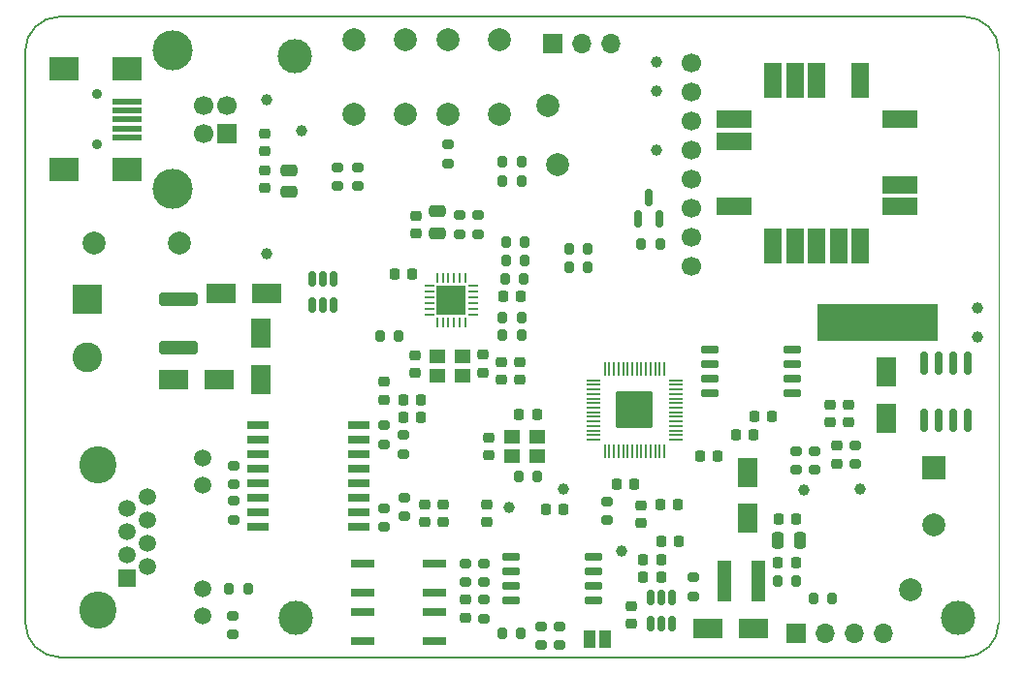
<source format=gbr>
%TF.GenerationSoftware,KiCad,Pcbnew,(6.0.4)*%
%TF.CreationDate,2022-04-11T12:28:49+02:00*%
%TF.ProjectId,PSE_RP2040,5053455f-5250-4323-9034-302e6b696361,rev?*%
%TF.SameCoordinates,Original*%
%TF.FileFunction,Soldermask,Top*%
%TF.FilePolarity,Negative*%
%FSLAX46Y46*%
G04 Gerber Fmt 4.6, Leading zero omitted, Abs format (unit mm)*
G04 Created by KiCad (PCBNEW (6.0.4)) date 2022-04-11 12:28:49*
%MOMM*%
%LPD*%
G01*
G04 APERTURE LIST*
G04 Aperture macros list*
%AMRoundRect*
0 Rectangle with rounded corners*
0 $1 Rounding radius*
0 $2 $3 $4 $5 $6 $7 $8 $9 X,Y pos of 4 corners*
0 Add a 4 corners polygon primitive as box body*
4,1,4,$2,$3,$4,$5,$6,$7,$8,$9,$2,$3,0*
0 Add four circle primitives for the rounded corners*
1,1,$1+$1,$2,$3*
1,1,$1+$1,$4,$5*
1,1,$1+$1,$6,$7*
1,1,$1+$1,$8,$9*
0 Add four rect primitives between the rounded corners*
20,1,$1+$1,$2,$3,$4,$5,0*
20,1,$1+$1,$4,$5,$6,$7,0*
20,1,$1+$1,$6,$7,$8,$9,0*
20,1,$1+$1,$8,$9,$2,$3,0*%
G04 Aperture macros list end*
%TA.AperFunction,Profile*%
%ADD10C,0.150000*%
%TD*%
%TA.AperFunction,Profile*%
%ADD11C,0.100000*%
%TD*%
%ADD12RoundRect,0.225000X0.250000X-0.225000X0.250000X0.225000X-0.250000X0.225000X-0.250000X-0.225000X0*%
%ADD13RoundRect,0.200000X0.275000X-0.200000X0.275000X0.200000X-0.275000X0.200000X-0.275000X-0.200000X0*%
%ADD14RoundRect,0.200000X-0.200000X-0.275000X0.200000X-0.275000X0.200000X0.275000X-0.200000X0.275000X0*%
%ADD15RoundRect,0.150000X-0.650000X-0.150000X0.650000X-0.150000X0.650000X0.150000X-0.650000X0.150000X0*%
%ADD16R,2.500000X1.800000*%
%ADD17R,2.000000X0.640000*%
%ADD18C,1.000000*%
%ADD19C,2.000000*%
%ADD20RoundRect,0.150000X0.150000X-0.512500X0.150000X0.512500X-0.150000X0.512500X-0.150000X-0.512500X0*%
%ADD21RoundRect,0.225000X-0.250000X0.225000X-0.250000X-0.225000X0.250000X-0.225000X0.250000X0.225000X0*%
%ADD22RoundRect,0.218750X-0.256250X0.218750X-0.256250X-0.218750X0.256250X-0.218750X0.256250X0.218750X0*%
%ADD23R,2.000000X2.000000*%
%ADD24RoundRect,0.225000X-0.225000X-0.250000X0.225000X-0.250000X0.225000X0.250000X-0.225000X0.250000X0*%
%ADD25RoundRect,0.200000X-0.275000X0.200000X-0.275000X-0.200000X0.275000X-0.200000X0.275000X0.200000X0*%
%ADD26R,1.800000X2.500000*%
%ADD27R,2.600000X2.600000*%
%ADD28C,2.600000*%
%ADD29R,1.000000X1.500000*%
%ADD30RoundRect,0.250000X-0.250000X-0.475000X0.250000X-0.475000X0.250000X0.475000X-0.250000X0.475000X0*%
%ADD31RoundRect,0.250000X-0.475000X0.250000X-0.475000X-0.250000X0.475000X-0.250000X0.475000X0.250000X0*%
%ADD32RoundRect,0.225000X0.225000X0.250000X-0.225000X0.250000X-0.225000X-0.250000X0.225000X-0.250000X0*%
%ADD33RoundRect,0.218750X0.218750X0.256250X-0.218750X0.256250X-0.218750X-0.256250X0.218750X-0.256250X0*%
%ADD34RoundRect,0.200000X0.200000X0.275000X-0.200000X0.275000X-0.200000X-0.275000X0.200000X-0.275000X0*%
%ADD35R,1.150000X3.600000*%
%ADD36R,1.400000X1.200000*%
%ADD37C,1.700000*%
%ADD38RoundRect,0.062500X0.062500X-0.375000X0.062500X0.375000X-0.062500X0.375000X-0.062500X-0.375000X0*%
%ADD39RoundRect,0.062500X0.375000X-0.062500X0.375000X0.062500X-0.375000X0.062500X-0.375000X-0.062500X0*%
%ADD40R,2.500000X2.500000*%
%ADD41R,1.500000X3.100000*%
%ADD42R,3.100000X1.500000*%
%ADD43C,3.000000*%
%ADD44C,3.250000*%
%ADD45R,1.500000X1.500000*%
%ADD46C,1.500000*%
%ADD47R,1.700000X1.700000*%
%ADD48C,3.500000*%
%ADD49RoundRect,0.218750X0.256250X-0.218750X0.256250X0.218750X-0.256250X0.218750X-0.256250X-0.218750X0*%
%ADD50R,10.500000X3.200000*%
%ADD51R,1.910000X0.640000*%
%ADD52RoundRect,0.250000X0.475000X-0.250000X0.475000X0.250000X-0.475000X0.250000X-0.475000X-0.250000X0*%
%ADD53O,1.700000X1.700000*%
%ADD54RoundRect,0.150000X0.150000X-0.587500X0.150000X0.587500X-0.150000X0.587500X-0.150000X-0.587500X0*%
%ADD55RoundRect,0.052500X-0.052500X0.522500X-0.052500X-0.522500X0.052500X-0.522500X0.052500X0.522500X0*%
%ADD56RoundRect,0.050000X-0.525000X0.050000X-0.525000X-0.050000X0.525000X-0.050000X0.525000X0.050000X0*%
%ADD57RoundRect,0.050000X-0.050000X0.525000X-0.050000X-0.525000X0.050000X-0.525000X0.050000X0.525000X0*%
%ADD58RoundRect,0.144000X-1.456000X1.456000X-1.456000X-1.456000X1.456000X-1.456000X1.456000X1.456000X0*%
%ADD59RoundRect,0.150000X-0.150000X0.825000X-0.150000X-0.825000X0.150000X-0.825000X0.150000X0.825000X0*%
%ADD60RoundRect,0.250000X-1.450000X0.312500X-1.450000X-0.312500X1.450000X-0.312500X1.450000X0.312500X0*%
%ADD61C,0.900000*%
%ADD62R,2.500000X0.500000*%
%ADD63R,2.500000X2.000000*%
G04 APERTURE END LIST*
D10*
X182000000Y-158000000D02*
X103000000Y-158000000D01*
D11*
X185000000Y-105000000D02*
X185000000Y-155000000D01*
D10*
X100000000Y-155000000D02*
X100000000Y-105000000D01*
X100000000Y-155000000D02*
G75*
G03*
X103000000Y-158000000I3000000J0D01*
G01*
X182000000Y-158000000D02*
G75*
G03*
X185000000Y-155000000I0J3000000D01*
G01*
X103000000Y-102000000D02*
G75*
G03*
X100000000Y-105000000I0J-3000000D01*
G01*
X185000000Y-105000000D02*
G75*
G03*
X182000000Y-102000000I-3000000J0D01*
G01*
X103000000Y-102000000D02*
X182000000Y-102000000D01*
D12*
%TO.C,C5*%
X140500000Y-140375000D03*
X140500000Y-138825000D03*
%TD*%
D13*
%TO.C,R19*%
X137900000Y-121000000D03*
X137900000Y-119350000D03*
%TD*%
D14*
%TO.C,R17*%
X141975000Y-123300000D03*
X143625000Y-123300000D03*
%TD*%
D15*
%TO.C,U7*%
X142451600Y-149195200D03*
X142451600Y-150465200D03*
X142451600Y-151735200D03*
X142451600Y-153005200D03*
X149651600Y-153005200D03*
X149651600Y-151735200D03*
X149651600Y-150465200D03*
X149651600Y-149195200D03*
%TD*%
D16*
%TO.C,D7*%
X116960400Y-133705600D03*
X112960400Y-133705600D03*
%TD*%
D13*
%TO.C,R37*%
X136900000Y-114825000D03*
X136900000Y-113175000D03*
%TD*%
%TO.C,R23*%
X131343400Y-146634200D03*
X131343400Y-144984200D03*
%TD*%
D17*
%TO.C,D2*%
X135738000Y-156641800D03*
X135738000Y-154101800D03*
X129438000Y-154101800D03*
X129438000Y-156641800D03*
%TD*%
D18*
%TO.C,TP6*%
X142275000Y-144900000D03*
%TD*%
D19*
%TO.C,TP2*%
X113500000Y-121800000D03*
%TD*%
D18*
%TO.C,TP7*%
X124100000Y-111950000D03*
%TD*%
D20*
%TO.C,U4*%
X125050000Y-127237500D03*
X126000000Y-127237500D03*
X126950000Y-127237500D03*
X126950000Y-124962500D03*
X126000000Y-124962500D03*
X125050000Y-124962500D03*
%TD*%
D19*
%TO.C,SW1*%
X128687000Y-104065000D03*
X128687000Y-110565000D03*
X133187000Y-104065000D03*
X133187000Y-110565000D03*
%TD*%
D14*
%TO.C,R34*%
X165685000Y-151358600D03*
X167335000Y-151358600D03*
%TD*%
D21*
%TO.C,C20*%
X140000000Y-131575000D03*
X140000000Y-133125000D03*
%TD*%
D22*
%TO.C,L2*%
X131290000Y-133932500D03*
X131290000Y-135507500D03*
%TD*%
D21*
%TO.C,C3*%
X120929400Y-115430000D03*
X120929400Y-116980000D03*
%TD*%
D14*
%TO.C,R27*%
X153775000Y-121850000D03*
X155425000Y-121850000D03*
%TD*%
D23*
%TO.C,C1*%
X179324000Y-141478000D03*
D19*
X179324000Y-146478000D03*
%TD*%
D24*
%TO.C,C26*%
X133015000Y-135500000D03*
X134565000Y-135500000D03*
%TD*%
D14*
%TO.C,R18*%
X141975000Y-121700000D03*
X143625000Y-121700000D03*
%TD*%
D25*
%TO.C,R32*%
X140030200Y-149822400D03*
X140030200Y-151472400D03*
%TD*%
%TO.C,R7*%
X118200000Y-141275000D03*
X118200000Y-142925000D03*
%TD*%
D19*
%TO.C,FID1*%
X106000000Y-121800000D03*
%TD*%
D18*
%TO.C,TP12*%
X168000000Y-143400000D03*
%TD*%
D25*
%TO.C,R26*%
X131292600Y-137745200D03*
X131292600Y-139395200D03*
%TD*%
%TO.C,R16*%
X139500000Y-119350000D03*
X139500000Y-121000000D03*
%TD*%
D26*
%TO.C,D6*%
X163050000Y-145860000D03*
X163050000Y-141860000D03*
%TD*%
D13*
%TO.C,R39*%
X158318200Y-152666200D03*
X158318200Y-151016200D03*
%TD*%
D27*
%TO.C,J5*%
X105445000Y-126705000D03*
D28*
X105445000Y-131785000D03*
%TD*%
D24*
%TO.C,C11*%
X163625000Y-137000000D03*
X165175000Y-137000000D03*
%TD*%
D14*
%TO.C,R21*%
X117805000Y-152060000D03*
X119455000Y-152060000D03*
%TD*%
D13*
%TO.C,R5*%
X167300000Y-141625000D03*
X167300000Y-139975000D03*
%TD*%
D29*
%TO.C,JP1*%
X149286200Y-156438600D03*
X150586200Y-156438600D03*
%TD*%
D18*
%TO.C,TP5*%
X152075000Y-148750000D03*
%TD*%
D30*
%TO.C,C35*%
X165737800Y-147777200D03*
X167637800Y-147777200D03*
%TD*%
D16*
%TO.C,D5*%
X163620200Y-155524200D03*
X159620200Y-155524200D03*
%TD*%
D31*
%TO.C,C4*%
X123037600Y-115432800D03*
X123037600Y-117332800D03*
%TD*%
D32*
%TO.C,C29*%
X155511800Y-151028400D03*
X153961800Y-151028400D03*
%TD*%
D14*
%TO.C,R28*%
X141675000Y-116400000D03*
X143325000Y-116400000D03*
%TD*%
D33*
%TO.C,D4*%
X153187500Y-142900000D03*
X151612500Y-142900000D03*
%TD*%
D26*
%TO.C,D1*%
X175200000Y-137100000D03*
X175200000Y-133100000D03*
%TD*%
D19*
%TO.C,SW2*%
X136887000Y-104065000D03*
X136887000Y-110565000D03*
X141387000Y-104065000D03*
X141387000Y-110565000D03*
%TD*%
D24*
%TO.C,C7*%
X155425000Y-144700000D03*
X156975000Y-144700000D03*
%TD*%
D34*
%TO.C,R11*%
X143325000Y-114700000D03*
X141675000Y-114700000D03*
%TD*%
D12*
%TO.C,C21*%
X134075000Y-133175000D03*
X134075000Y-131625000D03*
%TD*%
%TO.C,C32*%
X152882600Y-155080600D03*
X152882600Y-153530600D03*
%TD*%
D26*
%TO.C,D8*%
X120573800Y-129699000D03*
X120573800Y-133699000D03*
%TD*%
D35*
%TO.C,L3*%
X161021800Y-151358600D03*
X163971800Y-151358600D03*
%TD*%
D18*
%TO.C,TP11*%
X155100000Y-113700000D03*
%TD*%
D14*
%TO.C,R35*%
X168809200Y-152882600D03*
X170459200Y-152882600D03*
%TD*%
D13*
%TO.C,R31*%
X145029600Y-156975400D03*
X145029600Y-155325400D03*
%TD*%
D24*
%TO.C,C33*%
X165735000Y-149758400D03*
X167285000Y-149758400D03*
%TD*%
D25*
%TO.C,R24*%
X133070600Y-144069800D03*
X133070600Y-145719800D03*
%TD*%
D13*
%TO.C,R29*%
X146630600Y-156971000D03*
X146630600Y-155321000D03*
%TD*%
D12*
%TO.C,C6*%
X140300000Y-146175000D03*
X140300000Y-144625000D03*
%TD*%
D36*
%TO.C,Y2*%
X144700000Y-138750000D03*
X142500000Y-138750000D03*
X142500000Y-140450000D03*
X144700000Y-140450000D03*
%TD*%
D37*
%TO.C,U6*%
X158140000Y-106020000D03*
X158140000Y-108560000D03*
X158140000Y-111100000D03*
X158140000Y-113640000D03*
X158140000Y-116180000D03*
X158140000Y-118720000D03*
X158140000Y-121260000D03*
X158140000Y-123800000D03*
%TD*%
D24*
%TO.C,C12*%
X158925000Y-140400000D03*
X160475000Y-140400000D03*
%TD*%
D32*
%TO.C,C30*%
X155511800Y-149453600D03*
X153961800Y-149453600D03*
%TD*%
D24*
%TO.C,C25*%
X133025000Y-137080000D03*
X134575000Y-137080000D03*
%TD*%
D21*
%TO.C,C14*%
X153800000Y-144725000D03*
X153800000Y-146275000D03*
%TD*%
D34*
%TO.C,R8*%
X143325000Y-129850000D03*
X141675000Y-129850000D03*
%TD*%
D38*
%TO.C,IC1*%
X135950000Y-128737500D03*
X136450000Y-128737500D03*
X136950000Y-128737500D03*
X137450000Y-128737500D03*
X137950000Y-128737500D03*
X138450000Y-128737500D03*
D39*
X139137500Y-128050000D03*
X139137500Y-127550000D03*
X139137500Y-127050000D03*
X139137500Y-126550000D03*
X139137500Y-126050000D03*
X139137500Y-125550000D03*
D38*
X138450000Y-124862500D03*
X137950000Y-124862500D03*
X137450000Y-124862500D03*
X136950000Y-124862500D03*
X136450000Y-124862500D03*
X135950000Y-124862500D03*
D39*
X135262500Y-125550000D03*
X135262500Y-126050000D03*
X135262500Y-126550000D03*
X135262500Y-127050000D03*
X135262500Y-127550000D03*
X135262500Y-128050000D03*
D40*
X137200000Y-126800000D03*
%TD*%
D41*
%TO.C,IC2*%
X165300000Y-122050000D03*
X167200000Y-122050000D03*
X169100000Y-122050000D03*
X171000000Y-122050000D03*
X172900000Y-122050000D03*
D42*
X176350000Y-118600000D03*
X176350000Y-116700000D03*
X176350000Y-111000000D03*
D41*
X172900000Y-107550000D03*
X169100000Y-107550000D03*
X167200000Y-107550000D03*
X165300000Y-107550000D03*
D42*
X161850000Y-111000000D03*
X161850000Y-112900000D03*
X161850000Y-118600000D03*
%TD*%
D43*
%TO.C,H2*%
X123500000Y-105500000D03*
%TD*%
D18*
%TO.C,TP10*%
X155100000Y-108500000D03*
%TD*%
D12*
%TO.C,C18*%
X170300000Y-137450000D03*
X170300000Y-135900000D03*
%TD*%
D18*
%TO.C,TP4*%
X147000000Y-143300000D03*
%TD*%
D24*
%TO.C,C34*%
X165745000Y-145900000D03*
X167295000Y-145900000D03*
%TD*%
D13*
%TO.C,R3*%
X150800000Y-146025000D03*
X150800000Y-144375000D03*
%TD*%
D16*
%TO.C,D9*%
X117100600Y-126238000D03*
X121100600Y-126238000D03*
%TD*%
D44*
%TO.C,J3*%
X106335000Y-141150000D03*
X106335000Y-153850000D03*
D45*
X108875000Y-151060000D03*
D46*
X110655000Y-150044000D03*
X108875000Y-149028000D03*
X110655000Y-148012000D03*
X108875000Y-146996000D03*
X110655000Y-145980000D03*
X108875000Y-144964000D03*
X110655000Y-143948000D03*
X115475000Y-154360000D03*
X115475000Y-152070000D03*
X115475000Y-142930000D03*
X115475000Y-140640000D03*
%TD*%
D14*
%TO.C,R14*%
X147480000Y-122300000D03*
X149130000Y-122300000D03*
%TD*%
D32*
%TO.C,C22*%
X133775000Y-124500000D03*
X132225000Y-124500000D03*
%TD*%
D47*
%TO.C,J1*%
X117577500Y-112250000D03*
D37*
X117577500Y-109750000D03*
X115577500Y-109750000D03*
X115577500Y-112250000D03*
D48*
X112867500Y-117020000D03*
X112867500Y-104980000D03*
%TD*%
D18*
%TO.C,TP13*%
X172880000Y-143300000D03*
%TD*%
D49*
%TO.C,L1*%
X120929400Y-113792100D03*
X120929400Y-112217100D03*
%TD*%
D14*
%TO.C,R15*%
X147475000Y-123900000D03*
X149125000Y-123900000D03*
%TD*%
D12*
%TO.C,C15*%
X171900000Y-137450000D03*
X171900000Y-135900000D03*
%TD*%
D13*
%TO.C,R2*%
X172500000Y-141125000D03*
X172500000Y-139475000D03*
%TD*%
D18*
%TO.C,TP9*%
X155100000Y-106000000D03*
%TD*%
D13*
%TO.C,R33*%
X138430000Y-151472400D03*
X138430000Y-149822400D03*
%TD*%
D34*
%TO.C,R9*%
X143325000Y-128300000D03*
X141675000Y-128300000D03*
%TD*%
D18*
%TO.C,Y1*%
X183150000Y-127500000D03*
X183150000Y-130040000D03*
D50*
X174400000Y-128770000D03*
%TD*%
D24*
%TO.C,C10*%
X162025000Y-138550000D03*
X163575000Y-138550000D03*
%TD*%
D51*
%TO.C,T1*%
X129124400Y-146622000D03*
X129124400Y-145352000D03*
X129124400Y-144082000D03*
X129124400Y-142812000D03*
X129124400Y-141542000D03*
X129124400Y-140272000D03*
X129124400Y-139002000D03*
X129124400Y-137732000D03*
X120354400Y-137732000D03*
X120354400Y-139002000D03*
X120354400Y-140272000D03*
X120354400Y-141542000D03*
X120354400Y-142812000D03*
X120354400Y-144082000D03*
X120354400Y-145352000D03*
X120354400Y-146622000D03*
%TD*%
D12*
%TO.C,C28*%
X138430000Y-154534200D03*
X138430000Y-152984200D03*
%TD*%
D52*
%TO.C,C24*%
X136000000Y-120925000D03*
X136000000Y-119025000D03*
%TD*%
D14*
%TO.C,R30*%
X141618200Y-155956000D03*
X143268200Y-155956000D03*
%TD*%
D32*
%TO.C,C2*%
X144675000Y-136800000D03*
X143125000Y-136800000D03*
%TD*%
D25*
%TO.C,R13*%
X129000000Y-115175000D03*
X129000000Y-116825000D03*
%TD*%
D21*
%TO.C,C19*%
X141600000Y-132225000D03*
X141600000Y-133775000D03*
%TD*%
D24*
%TO.C,C31*%
X155511200Y-147878800D03*
X157061200Y-147878800D03*
%TD*%
D47*
%TO.C,J6*%
X167319800Y-155956000D03*
D53*
X169859800Y-155956000D03*
X172399800Y-155956000D03*
X174939800Y-155956000D03*
%TD*%
D43*
%TO.C,H1*%
X181483000Y-154559000D03*
%TD*%
D18*
%TO.C,TP8*%
X121075000Y-109250000D03*
%TD*%
D25*
%TO.C,R38*%
X140030200Y-152997400D03*
X140030200Y-154647400D03*
%TD*%
D54*
%TO.C,Q2*%
X153500000Y-119687500D03*
X155400000Y-119687500D03*
X154450000Y-117812500D03*
%TD*%
D55*
%TO.C,U1*%
X155800000Y-132825000D03*
X155400000Y-132825000D03*
X155000000Y-132825000D03*
X154600000Y-132825000D03*
X154200000Y-132825000D03*
X153800000Y-132825000D03*
X153400000Y-132825000D03*
X153000000Y-132825000D03*
X152600000Y-132825000D03*
X152200000Y-132825000D03*
X151800000Y-132825000D03*
X151400000Y-132825000D03*
X151000000Y-132825000D03*
X150600000Y-132825000D03*
D56*
X149625000Y-133800000D03*
X149625000Y-134200000D03*
X149625000Y-134600000D03*
X149625000Y-135000000D03*
X149625000Y-135400000D03*
X149625000Y-135800000D03*
X149625000Y-136200000D03*
X149625000Y-136600000D03*
X149625000Y-137000000D03*
X149625000Y-137400000D03*
X149625000Y-137800000D03*
X149625000Y-138200000D03*
X149625000Y-138600000D03*
X149625000Y-139000000D03*
D57*
X150600000Y-139975000D03*
X151000000Y-139975000D03*
X151400000Y-139975000D03*
X151800000Y-139975000D03*
X152200000Y-139975000D03*
X152600000Y-139975000D03*
X153000000Y-139975000D03*
X153400000Y-139975000D03*
X153800000Y-139975000D03*
X154200000Y-139975000D03*
X154600000Y-139975000D03*
X155000000Y-139975000D03*
X155400000Y-139975000D03*
X155800000Y-139975000D03*
D56*
X156775000Y-139000000D03*
X156775000Y-138600000D03*
X156775000Y-138200000D03*
X156775000Y-137800000D03*
X156775000Y-137400000D03*
X156775000Y-137000000D03*
X156775000Y-136600000D03*
X156775000Y-136200000D03*
X156775000Y-135800000D03*
X156775000Y-135400000D03*
X156775000Y-135000000D03*
X156775000Y-134600000D03*
X156775000Y-134200000D03*
X156775000Y-133800000D03*
D58*
X153200000Y-136400000D03*
%TD*%
D13*
%TO.C,R25*%
X133019800Y-140258800D03*
X133019800Y-138608800D03*
%TD*%
D19*
%TO.C,FID2*%
X145650000Y-109800000D03*
%TD*%
D25*
%TO.C,R20*%
X118200000Y-144365000D03*
X118200000Y-146015000D03*
%TD*%
D34*
%TO.C,R1*%
X144725000Y-142200000D03*
X143075000Y-142200000D03*
%TD*%
D19*
%TO.C,FID3*%
X177300000Y-152100000D03*
%TD*%
D43*
%TO.C,H3*%
X123600000Y-154600000D03*
%TD*%
D13*
%TO.C,R6*%
X118110000Y-156019000D03*
X118110000Y-154369000D03*
%TD*%
D21*
%TO.C,C27*%
X134875000Y-144625000D03*
X134875000Y-146175000D03*
%TD*%
D36*
%TO.C,Y3*%
X138175000Y-131700000D03*
X135975000Y-131700000D03*
X135975000Y-133400000D03*
X138175000Y-133400000D03*
%TD*%
D25*
%TO.C,R12*%
X127300000Y-115175000D03*
X127300000Y-116825000D03*
%TD*%
D14*
%TO.C,R10*%
X141875000Y-124900000D03*
X143525000Y-124900000D03*
%TD*%
D12*
%TO.C,C23*%
X134100000Y-120950000D03*
X134100000Y-119400000D03*
%TD*%
D21*
%TO.C,C13*%
X170900000Y-139525000D03*
X170900000Y-141075000D03*
%TD*%
D47*
%TO.C,J4*%
X146075000Y-104400000D03*
D53*
X148615000Y-104400000D03*
X151155000Y-104400000D03*
%TD*%
D59*
%TO.C,U2*%
X182305000Y-132325000D03*
X181035000Y-132325000D03*
X179765000Y-132325000D03*
X178495000Y-132325000D03*
X178495000Y-137275000D03*
X179765000Y-137275000D03*
X181035000Y-137275000D03*
X182305000Y-137275000D03*
%TD*%
D24*
%TO.C,C16*%
X141725000Y-126500000D03*
X143275000Y-126500000D03*
%TD*%
D15*
%TO.C,U5*%
X159800000Y-131095000D03*
X159800000Y-132365000D03*
X159800000Y-133635000D03*
X159800000Y-134905000D03*
X167000000Y-134905000D03*
X167000000Y-133635000D03*
X167000000Y-132365000D03*
X167000000Y-131095000D03*
%TD*%
D21*
%TO.C,C17*%
X143200000Y-132225000D03*
X143200000Y-133775000D03*
%TD*%
D20*
%TO.C,U8*%
X154574200Y-155075100D03*
X155524200Y-155075100D03*
X156474200Y-155075100D03*
X156474200Y-152800100D03*
X155524200Y-152800100D03*
X154574200Y-152800100D03*
%TD*%
D60*
%TO.C,F1*%
X113411000Y-126691300D03*
X113411000Y-130966300D03*
%TD*%
D32*
%TO.C,C9*%
X146975000Y-145100000D03*
X145425000Y-145100000D03*
%TD*%
D17*
%TO.C,D3*%
X135738000Y-152349200D03*
X135738000Y-149809200D03*
X129438000Y-149809200D03*
X129438000Y-152349200D03*
%TD*%
D21*
%TO.C,C8*%
X136500000Y-144625000D03*
X136500000Y-146175000D03*
%TD*%
D13*
%TO.C,R4*%
X168900000Y-141625000D03*
X168900000Y-139975000D03*
%TD*%
D18*
%TO.C,TP3*%
X121100000Y-122700000D03*
%TD*%
D19*
%TO.C,TP1*%
X146500000Y-114925000D03*
%TD*%
D34*
%TO.C,R22*%
X132600000Y-129950000D03*
X130950000Y-129950000D03*
%TD*%
D61*
%TO.C,J2*%
X106275000Y-113200000D03*
X106275000Y-108800000D03*
D62*
X108875000Y-109400000D03*
X108875000Y-110200000D03*
X108875000Y-111000000D03*
X108875000Y-111800000D03*
X108875000Y-112600000D03*
D63*
X103375000Y-115400000D03*
X108875000Y-115400000D03*
X108875000Y-106600000D03*
X103375000Y-106600000D03*
%TD*%
M02*

</source>
